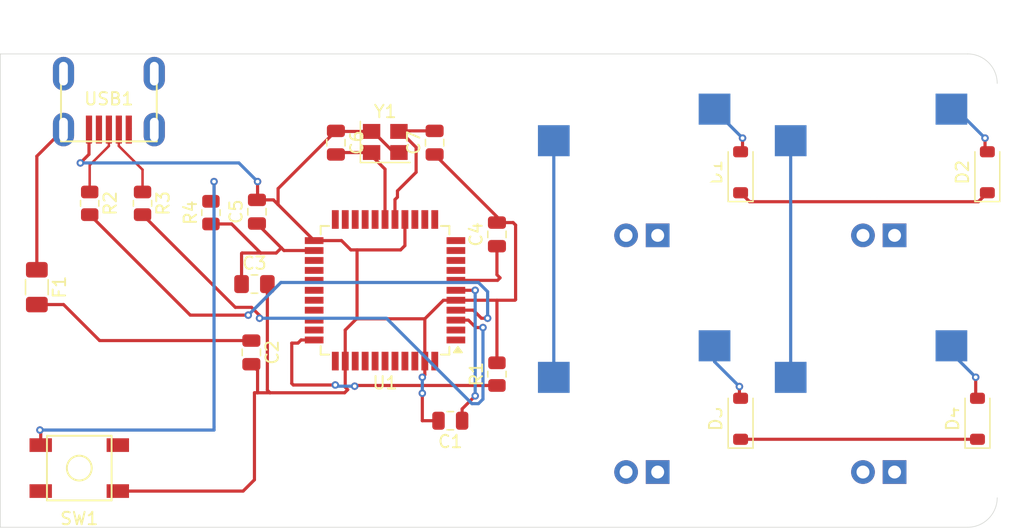
<source format=kicad_pcb>
(kicad_pcb (version 20240108) (generator "pcbnew") (generator_version "8.0")
  (layers (0 "F.Cu" signal) (31 "B.Cu" signal) (34 "B.Paste" user) (35 "F.Paste" user) (36 "B.SilkS" user "B.Silkscreen") (37 "F.SilkS" user "F.Silkscreen") (38 "B.Mask" user) (39 "F.Mask" user) (44 "Edge.Cuts" user))
  (net 0 "")
  (net 1 "GND")
  (net 2 "Net-(U1-UCAP)")
  (net 3 "+5V")
  (net 4 "Net-(U1-XTAL1)")
  (net 5 "Net-(U1-XTAL2)")
  (net 6 "R0W0")
  (net 7 "Net-(D1-A)")
  (net 8 "Net-(D2-A)")
  (net 9 "R0W1")
  (net 10 "Net-(D3-A)")
  (net 11 "Net-(D4-A)")
  (net 12 "VCC")
  (net 13 "C0L0")
  (net 14 "C0L1")
  (net 15 "Net-(U1-~{HWB}{slash}PE2)")
  (net 16 "Net-(U1-D+)")
  (net 17 "D+")
  (net 18 "Net-(U1-D-)")
  (net 19 "D-")
  (net 20 "Net-(U1-~{RESET})")
  (net 47 "unconnected-(USB1-VBUS-Pad5)")
  (footprint "Package_QFP:TQFP-44_10x10mm_P0.8mm" (layer "F.Cu") (at 118.25 73 180)
    (property "Reference" "U1" (at 0 -7.45 180) (layer "F.SilkS"))
    (property "Value" "ATmega32U4-A")
    (fp_line (start 5.175 5.175) (end 5.175 4.5) (stroke (width 0.15)) (layer "F.SilkS"))
    (fp_line (start 5.175 5.175) (end 4.5 5.175) (stroke (width 0.15)) (layer "F.SilkS"))
    (fp_line (start 5.175 -5.175) (end 5.175 -4.5) (stroke (width 0.15)) (layer "F.SilkS"))
    (fp_line (start 5.175 -5.175) (end 4.5 -5.175) (stroke (width 0.15)) (layer "F.SilkS"))
    (fp_line (start -5.175 5.175) (end -4.5 5.175) (stroke (width 0.15)) (layer "F.SilkS"))
    (fp_line (start -5.175 5.175) (end -5.175 4.5) (stroke (width 0.15)) (layer "F.SilkS"))
    (fp_line (start -5.175 -5.175) (end -4.5 -5.175) (stroke (width 0.15)) (layer "F.SilkS"))
    (fp_line (start -5.175 -5.175) (end -5.175 -4.56) (stroke (width 0.15)) (layer "F.SilkS"))
    (fp_poly (pts (xy -5.86 -4.54) (xy -6.2 -5.01) (xy -5.52 -5.01) (xy -5.86 -4.54)) (stroke (width 0.12)) (fill solid) (layer "F.SilkS"))
    (pad "1" smd rect (at -5.7 -4 180) (size 1.5 0.55) (layers "F.Cu" "F.Paste" "F.Mask"))
    (pad "2" smd rect (at -5.7 -3.2 180) (size 1.5 0.55) (layers "F.Cu" "F.Paste" "F.Mask") (net 3 "+5V"))
    (pad "3" smd rect (at -5.7 -2.4 180) (size 1.5 0.55) (layers "F.Cu" "F.Paste" "F.Mask") (net 18 "Net-(U1-D-)"))
    (pad "4" smd rect (at -5.7 -1.6 180) (size 1.5 0.55) (layers "F.Cu" "F.Paste" "F.Mask") (net 16 "Net-(U1-D+)"))
    (pad "5" smd rect (at -5.7 -0.8 180) (size 1.5 0.55) (layers "F.Cu" "F.Paste" "F.Mask") (net 1 "GND"))
    (pad "6" smd rect (at -5.7 0 180) (size 1.5 0.55) (layers "F.Cu" "F.Paste" "F.Mask") (net 2 "Net-(U1-UCAP)"))
    (pad "7" smd rect (at -5.7 0.8 180) (size 1.5 0.55) (layers "F.Cu" "F.Paste" "F.Mask") (net 3 "+5V"))
    (pad "8" smd rect (at -5.7 1.6 180) (size 1.5 0.55) (layers "F.Cu" "F.Paste" "F.Mask"))
    (pad "9" smd rect (at -5.7 2.4 180) (size 1.5 0.55) (layers "F.Cu" "F.Paste" "F.Mask"))
    (pad "10" smd rect (at -5.7 3.2 180) (size 1.5 0.55) (layers "F.Cu" "F.Paste" "F.Mask"))
    (pad "11" smd rect (at -5.7 4 180) (size 1.5 0.55) (layers "F.Cu" "F.Paste" "F.Mask"))
    (pad "12" smd rect (at -4 5.7 270) (size 1.5 0.55) (layers "F.Cu" "F.Paste" "F.Mask"))
    (pad "13" smd rect (at -3.2 5.7 270) (size 1.5 0.55) (layers "F.Cu" "F.Paste" "F.Mask") (net 20 "Net-(U1-~{RESET})"))
    (pad "14" smd rect (at -2.4 5.7 270) (size 1.5 0.55) (layers "F.Cu" "F.Paste" "F.Mask") (net 3 "+5V"))
    (pad "15" smd rect (at -1.6 5.7 270) (size 1.5 0.55) (layers "F.Cu" "F.Paste" "F.Mask") (net 1 "GND"))
    (pad "16" smd rect (at -0.8 5.7 270) (size 1.5 0.55) (layers "F.Cu" "F.Paste" "F.Mask") (net 5 "Net-(U1-XTAL2)"))
    (pad "17" smd rect (at 0 5.7 270) (size 1.5 0.55) (layers "F.Cu" "F.Paste" "F.Mask") (net 4 "Net-(U1-XTAL1)"))
    (pad "18" smd rect (at 0.8 5.7 270) (size 1.5 0.55) (layers "F.Cu" "F.Paste" "F.Mask"))
    (pad "19" smd rect (at 1.6 5.7 270) (size 1.5 0.55) (layers "F.Cu" "F.Paste" "F.Mask"))
    (pad "20" smd rect (at 2.4 5.7 270) (size 1.5 0.55) (layers "F.Cu" "F.Paste" "F.Mask"))
    (pad "21" smd rect (at 3.2 5.7 270) (size 1.5 0.55) (layers "F.Cu" "F.Paste" "F.Mask"))
    (pad "22" smd rect (at 4 5.7 270) (size 1.5 0.55) (layers "F.Cu" "F.Paste" "F.Mask"))
    (pad "23" smd rect (at 5.7 4 180) (size 1.5 0.55) (layers "F.Cu" "F.Paste" "F.Mask") (net 1 "GND"))
    (pad "24" smd rect (at 5.7 3.2 180) (size 1.5 0.55) (layers "F.Cu" "F.Paste" "F.Mask") (net 3 "+5V"))
    (pad "25" smd rect (at 5.7 2.4 180) (size 1.5 0.55) (layers "F.Cu" "F.Paste" "F.Mask"))
    (pad "26" smd rect (at 5.7 1.6 180) (size 1.5 0.55) (layers "F.Cu" "F.Paste" "F.Mask"))
    (pad "27" smd rect (at 5.7 0.8 180) (size 1.5 0.55) (layers "F.Cu" "F.Paste" "F.Mask"))
    (pad "28" smd rect (at 5.7 0 180) (size 1.5 0.55) (layers "F.Cu" "F.Paste" "F.Mask"))
    (pad "29" smd rect (at 5.7 -0.8 180) (size 1.5 0.55) (layers "F.Cu" "F.Paste" "F.Mask"))
    (pad "30" smd rect (at 5.7 -1.6 180) (size 1.5 0.55) (layers "F.Cu" "F.Paste" "F.Mask"))
    (pad "31" smd rect (at 5.7 -2.4 180) (size 1.5 0.55) (layers "F.Cu" "F.Paste" "F.Mask"))
    (pad "32" smd rect (at 5.7 -3.2 180) (size 1.5 0.55) (layers "F.Cu" "F.Paste" "F.Mask"))
    (pad "33" smd rect (at 5.7 -4 180) (size 1.5 0.55) (layers "F.Cu" "F.Paste" "F.Mask") (net 15 "Net-(U1-~{HWB}{slash}PE2)"))
    (pad "34" smd rect (at 4 -5.7 270) (size 1.5 0.55) (layers "F.Cu" "F.Paste" "F.Mask") (net 3 "+5V"))
    (pad "35" smd rect (at 3.2 -5.7 270) (size 1.5 0.55) (layers "F.Cu" "F.Paste" "F.Mask") (net 1 "GND"))
    (pad "36" smd rect (at 2.4 -5.7 270) (size 1.5 0.55) (layers "F.Cu" "F.Paste" "F.Mask"))
    (pad "37" smd rect (at 1.6 -5.7 270) (size 1.5 0.55) (layers "F.Cu" "F.Paste" "F.Mask"))
    (pad "38" smd rect (at 0.8 -5.7 270) (size 1.5 0.55) (layers "F.Cu" "F.Paste" "F.Mask"))
    (pad "39" smd rect (at 0 -5.7 270) (size 1.5 0.55) (layers "F.Cu" "F.Paste" "F.Mask"))
    (pad "40" smd rect (at -0.8 -5.7 270) (size 1.5 0.55) (layers "F.Cu" "F.Paste" "F.Mask"))
    (pad "41" smd rect (at -1.6 -5.7 270) (size 1.5 0.55) (layers "F.Cu" "F.Paste" "F.Mask"))
    (pad "42" smd rect (at -2.4 -5.7 270) (size 1.5 0.55) (layers "F.Cu" "F.Paste" "F.Mask"))
    (pad "43" smd rect (at -3.2 -5.7 270) (size 1.5 0.55) (layers "F.Cu" "F.Paste" "F.Mask") (net 1 "GND"))
    (pad "44" smd rect (at -4 -5.7 270) (size 1.5 0.55) (layers "F.Cu" "F.Paste" "F.Mask") (net 3 "+5V"))
  )
  (footprint "Capacitor_SMD:C_0805_2012Metric" (layer "F.Cu") (at 122.2375 61.11875 90)
    (property "Reference" "C7" (at 0 -1.68 270) (layer "F.SilkS"))
    (property "Value" "C_Small")
    (fp_line (start -0.261252 -0.735) (end 0.261252 -0.735) (stroke (width 0.12)) (layer "F.SilkS"))
    (fp_line (start -0.261252 0.735) (end 0.261252 0.735) (stroke (width 0.12)) (layer "F.SilkS"))
    (pad "1" smd roundrect (at -0.95 0 90) (size 1 1.45) (layers "F.Cu" "F.Paste" "F.Mask") (net 1 "GND"))
    (pad "2" smd roundrect (at 0.95 0 90) (size 1 1.45) (layers "F.Cu" "F.Paste" "F.Mask") (net 5 "Net-(U1-XTAL2)"))
  )
  (footprint "Resistor_SMD:R_0805_2012Metric" (layer "F.Cu") (at 94.5 66 -90)
    (property "Reference" "R2" (at 0 -1.65 90) (layer "F.SilkS"))
    (property "Value" "22")
    (fp_line (start -0.227064 0.735) (end 0.227064 0.735) (stroke (width 0.12)) (layer "F.SilkS"))
    (fp_line (start -0.227064 -0.735) (end 0.227064 -0.735) (stroke (width 0.12)) (layer "F.SilkS"))
    (pad "1" smd roundrect (at -0.9125 0 270) (size 1.025 1.4) (layers "F.Cu" "F.Paste" "F.Mask") (roundrect_rratio 0.243902) (net 17 "D+"))
    (pad "2" smd roundrect (at 0.9125 0 270) (size 1.025 1.4) (layers "F.Cu" "F.Paste" "F.Mask") (roundrect_rratio 0.243902) (net 16 "Net-(U1-D+)"))
  )
  (footprint "Capacitor_SMD:C_0805_2012Metric" (layer "F.Cu") (at 127.25 68.5 90)
    (property "Reference" "C4" (at 0 -1.68 270) (layer "F.SilkS"))
    (property "Value" "C_Small")
    (fp_line (start -0.261252 -0.735) (end 0.261252 -0.735) (stroke (width 0.12)) (layer "F.SilkS"))
    (fp_line (start -0.261252 0.735) (end 0.261252 0.735) (stroke (width 0.12)) (layer "F.SilkS"))
    (pad "1" smd roundrect (at -0.95 0 90) (size 1 1.45) (layers "F.Cu" "F.Paste" "F.Mask") (net 3 "+5V"))
    (pad "2" smd roundrect (at 0.95 0 90) (size 1 1.45) (layers "F.Cu" "F.Paste" "F.Mask") (net 1 "GND"))
  )
  (footprint "MX_Only:MXOnly-1U-Hotswap-LED" (layer "F.Cu") (at 138.90625 82.55)
    (property "Reference" "MX3")
    (property "Value" "MX-NoLED")
    (pad "" np_thru_hole circle (at -5.08 0 48.0996) (size 1.75 1.75) (drill 1.75) (layers "*.Cu" "*.Mask"))
    (pad "" np_thru_hole circle (at -3.81 -2.54) (size 3 3) (drill 3) (layers "*.Cu" "*.Mask"))
    (pad "" np_thru_hole circle (at 0 0) (size 3.9878 3.9878) (drill 3.9878) (layers "*.Cu" "*.Mask"))
    (pad "" np_thru_hole circle (at 2.54 -5.08) (size 3 3) (drill 3) (layers "*.Cu" "*.Mask"))
    (pad "" np_thru_hole circle (at 5.08 0 48.0996) (size 1.75 1.75) (drill 1.75) (layers "*.Cu" "*.Mask"))
    (pad "1" smd rect (at -7.085 -2.54) (size 2.55 2.5) (layers "B.Cu" "B.Paste" "B.Mask") (net 13 "C0L0"))
    (pad "2" smd rect (at 5.842 -5.08) (size 2.55 2.5) (layers "B.Cu" "B.Paste" "B.Mask") (net 10 "Net-(D3-A)"))
    (pad "3" thru_hole circle (at -1.27 5.08) (size 1.905 1.905) (drill 1.04) (layers "*.Cu" "B.Mask"))
    (pad "4" thru_hole rect (at 1.27 5.08) (size 1.905 1.905) (drill 1.04) (layers "*.Cu" "B.Mask"))
  )
  (footprint "Capacitor_SMD:C_0805_2012Metric_Pad1.18x1.45mm_HandSolder" (layer "F.Cu") (at 107.75 72.5)
    (property "Reference" "C3" (at 0 -1.68 0) (layer "F.SilkS"))
    (property "Value" "C_Small")
    (fp_line (start -0.261252 -0.735) (end 0.261252 -0.735) (stroke (width 0.12)) (layer "F.SilkS"))
    (fp_line (start -0.261252 0.735) (end 0.261252 0.735) (stroke (width 0.12)) (layer "F.SilkS"))
    (pad "1" smd roundrect (at -1.0375 0) (size 1.175 1.45) (layers "F.Cu" "F.Paste" "F.Mask") (roundrect_rratio 0.212766) (net 3 "+5V"))
    (pad "2" smd roundrect (at 1.0375 0) (size 1.175 1.45) (layers "F.Cu" "F.Paste" "F.Mask") (roundrect_rratio 0.212766) (net 1 "GND"))
  )
  (footprint "Fuse:Fuse_1206_3216Metric" (layer "F.Cu") (at 90.25 72.75 -90)
    (property "Reference" "F1" (at 0 -1.82 90) (layer "F.SilkS"))
    (property "Value" "500 mA")
    (fp_line (start -0.602064 0.91) (end 0.602064 0.91) (stroke (width 0.12)) (layer "F.SilkS"))
    (fp_line (start -0.602064 -0.91) (end 0.602064 -0.91) (stroke (width 0.12)) (layer "F.SilkS"))
    (pad "1" smd roundrect (at -1.4 0 270) (size 1.25 1.75) (layers "F.Cu" "F.Paste" "F.Mask") (roundrect_rratio 0.2) (net 12 "VCC"))
    (pad "2" smd roundrect (at 1.4 0 270) (size 1.25 1.75) (layers "F.Cu" "F.Paste" "F.Mask") (roundrect_rratio 0.2) (net 3 "+5V"))
  )
  (footprint "Capacitor_SMD:C_0805_2012Metric" (layer "F.Cu") (at 114.3 61.11875 -90)
    (property "Reference" "C6" (at 0 -1.68 90) (layer "F.SilkS"))
    (property "Value" "C_Small")
    (fp_line (start -0.261252 0.735) (end 0.261252 0.735) (stroke (width 0.12)) (layer "F.SilkS"))
    (fp_line (start -0.261252 -0.735) (end 0.261252 -0.735) (stroke (width 0.12)) (layer "F.SilkS"))
    (pad "1" smd roundrect (at -0.95 0 270) (size 1 1.45) (layers "F.Cu" "F.Paste" "F.Mask") (net 1 "GND"))
    (pad "2" smd roundrect (at 0.95 0 270) (size 1 1.45) (layers "F.Cu" "F.Paste" "F.Mask") (net 4 "Net-(U1-XTAL1)"))
  )
  (footprint "MX_Only:MXOnly-1U-Hotswap-LED" (layer "F.Cu") (at 157.95625 82.55)
    (property "Reference" "MX4")
    (property "Value" "MX-NoLED")
    (pad "" np_thru_hole circle (at -5.08 0 48.0996) (size 1.75 1.75) (drill 1.75) (layers "*.Cu" "*.Mask"))
    (pad "" np_thru_hole circle (at -3.81 -2.54) (size 3 3) (drill 3) (layers "*.Cu" "*.Mask"))
    (pad "" np_thru_hole circle (at 0 0) (size 3.9878 3.9878) (drill 3.9878) (layers "*.Cu" "*.Mask"))
    (pad "" np_thru_hole circle (at 2.54 -5.08) (size 3 3) (drill 3) (layers "*.Cu" "*.Mask"))
    (pad "" np_thru_hole circle (at 5.08 0 48.0996) (size 1.75 1.75) (drill 1.75) (layers "*.Cu" "*.Mask"))
    (pad "1" smd rect (at -7.085 -2.54) (size 2.55 2.5) (layers "B.Cu" "B.Paste" "B.Mask") (net 14 "C0L1"))
    (pad "2" smd rect (at 5.842 -5.08) (size 2.55 2.5) (layers "B.Cu" "B.Paste" "B.Mask") (net 11 "Net-(D4-A)"))
    (pad "3" thru_hole circle (at -1.27 5.08) (size 1.905 1.905) (drill 1.04) (layers "*.Cu" "B.Mask"))
    (pad "4" thru_hole rect (at 1.27 5.08) (size 1.905 1.905) (drill 1.04) (layers "*.Cu" "B.Mask"))
  )
  (footprint "random-keyboard-parts:SKQG-1155865" (layer "F.Cu") (at 93.6625 87.3125)
    (property "Reference" "SW1" (at 0 4.064 0) (layer "F.SilkS"))
    (property "Value" "SW_Push")
    (fp_line (start -2.6 -2.6) (end 2.6 -2.6) (stroke (width 0.15)) (layer "F.SilkS"))
    (fp_line (start -2.6 2.6) (end -2.6 -2.6) (stroke (width 0.15)) (layer "F.SilkS"))
    (fp_line (start 2.6 -2.6) (end 2.6 2.6) (stroke (width 0.15)) (layer "F.SilkS"))
    (fp_line (start 2.6 2.6) (end -2.6 2.6) (stroke (width 0.15)) (layer "F.SilkS"))
    (fp_circle (center 0 0) (end 1 0) (stroke (width 0.15)) (fill none) (layer "F.SilkS"))
    (pad "1" smd rect (at 3.1 1.85) (size 1.8 1.1) (layers "F.Cu" "F.Paste" "F.Mask") (net 1 "GND"))
    (pad "2" smd rect (at -3.1 -1.85) (size 1.8 1.1) (layers "F.Cu" "F.Paste" "F.Mask") (net 20 "Net-(U1-~{RESET})"))
    (pad "3" smd rect (at 3.1 -1.85) (size 1.8 1.1) (layers "F.Cu" "F.Paste" "F.Mask"))
    (pad "4" smd rect (at -3.1 1.85) (size 1.8 1.1) (layers "F.Cu" "F.Paste" "F.Mask"))
  )
  (footprint "MX_Only:MXOnly-1U-Hotswap-LED" (layer "F.Cu") (at 138.90625 63.5)
    (property "Reference" "MX1")
    (property "Value" "MX-NoLED")
    (pad "" np_thru_hole circle (at -5.08 0 48.0996) (size 1.75 1.75) (drill 1.75) (layers "*.Cu" "*.Mask"))
    (pad "" np_thru_hole circle (at -3.81 -2.54) (size 3 3) (drill 3) (layers "*.Cu" "*.Mask"))
    (pad "" np_thru_hole circle (at 0 0) (size 3.9878 3.9878) (drill 3.9878) (layers "*.Cu" "*.Mask"))
    (pad "" np_thru_hole circle (at 2.54 -5.08) (size 3 3) (drill 3) (layers "*.Cu" "*.Mask"))
    (pad "" np_thru_hole circle (at 5.08 0 48.0996) (size 1.75 1.75) (drill 1.75) (layers "*.Cu" "*.Mask"))
    (pad "1" smd rect (at -7.085 -2.54) (size 2.55 2.5) (layers "B.Cu" "B.Paste" "B.Mask") (net 13 "C0L0"))
    (pad "2" smd rect (at 5.842 -5.08) (size 2.55 2.5) (layers "B.Cu" "B.Paste" "B.Mask") (net 7 "Net-(D1-A)"))
    (pad "3" thru_hole circle (at -1.27 5.08) (size 1.905 1.905) (drill 1.04) (layers "*.Cu" "B.Mask"))
    (pad "4" thru_hole rect (at 1.27 5.08) (size 1.905 1.905) (drill 1.04) (layers "*.Cu" "B.Mask"))
  )
  (footprint "Diode_SMD:D_SOD-123" (layer "F.Cu") (at 166.6875 63.5 90)
    (property "Reference" "D2" (at 0 -2 270) (layer "F.SilkS"))
    (property "Value" "D_Small")
    (fp_line (start -2.36 -1) (end 1.65 -1) (stroke (width 0.12)) (layer "F.SilkS"))
    (fp_line (start -2.36 -1) (end -2.36 1) (stroke (width 0.12)) (layer "F.SilkS"))
    (fp_line (start -2.36 1) (end 1.65 1) (stroke (width 0.12)) (layer "F.SilkS"))
    (pad "1" smd roundrect (at -1.65 0 90) (size 0.9 1.2) (layers "F.Cu" "F.Paste" "F.Mask") (net 6 "R0W0"))
    (pad "2" smd roundrect (at 1.65 0 90) (size 0.9 1.2) (layers "F.Cu" "F.Paste" "F.Mask") (net 8 "Net-(D2-A)"))
  )
  (footprint "Diode_SMD:D_SOD-123" (layer "F.Cu") (at 165.89375 83.34375 90)
    (property "Reference" "D4" (at 0 -2 270) (layer "F.SilkS"))
    (property "Value" "D_Small")
    (fp_line (start -2.36 -1) (end 1.65 -1) (stroke (width 0.12)) (layer "F.SilkS"))
    (fp_line (start -2.36 -1) (end -2.36 1) (stroke (width 0.12)) (layer "F.SilkS"))
    (fp_line (start -2.36 1) (end 1.65 1) (stroke (width 0.12)) (layer "F.SilkS"))
    (pad "1" smd roundrect (at -1.65 0 90) (size 0.9 1.2) (layers "F.Cu" "F.Paste" "F.Mask") (net 9 "R0W1"))
    (pad "2" smd roundrect (at 1.65 0 90) (size 0.9 1.2) (layers "F.Cu" "F.Paste" "F.Mask") (net 11 "Net-(D4-A)"))
  )
  (footprint "Capacitor_SMD:C_0805_2012Metric" (layer "F.Cu") (at 123.5 83.5 180)
    (property "Reference" "C1" (at 0 -1.68 180) (layer "F.SilkS"))
    (property "Value" "C_Small")
    (fp_line (start -0.261252 0.735) (end 0.261252 0.735) (stroke (width 0.12)) (layer "F.SilkS"))
    (fp_line (start -0.261252 -0.735) (end 0.261252 -0.735) (stroke (width 0.12)) (layer "F.SilkS"))
    (pad "1" smd roundrect (at -0.95 0 180) (size 1 1.45) (layers "F.Cu" "F.Paste" "F.Mask") (net 2 "Net-(U1-UCAP)"))
    (pad "2" smd roundrect (at 0.95 0 180) (size 1 1.45) (layers "F.Cu" "F.Paste" "F.Mask") (net 1 "GND"))
  )
  (footprint "MX_Only:MXOnly-1U-Hotswap-LED" (layer "F.Cu") (at 157.95625 63.5)
    (property "Reference" "MX2")
    (property "Value" "MX-NoLED")
    (pad "" np_thru_hole circle (at -5.08 0 48.0996) (size 1.75 1.75) (drill 1.75) (layers "*.Cu" "*.Mask"))
    (pad "" np_thru_hole circle (at -3.81 -2.54) (size 3 3) (drill 3) (layers "*.Cu" "*.Mask"))
    (pad "" np_thru_hole circle (at 0 0) (size 3.9878 3.9878) (drill 3.9878) (layers "*.Cu" "*.Mask"))
    (pad "" np_thru_hole circle (at 2.54 -5.08) (size 3 3) (drill 3) (layers "*.Cu" "*.Mask"))
    (pad "" np_thru_hole circle (at 5.08 0 48.0996) (size 1.75 1.75) (drill 1.75) (layers "*.Cu" "*.Mask"))
    (pad "1" smd rect (at -7.085 -2.54) (size 2.55 2.5) (layers "B.Cu" "B.Paste" "B.Mask") (net 14 "C0L1"))
    (pad "2" smd rect (at 5.842 -5.08) (size 2.55 2.5) (layers "B.Cu" "B.Paste" "B.Mask") (net 8 "Net-(D2-A)"))
    (pad "3" thru_hole circle (at -1.27 5.08) (size 1.905 1.905) (drill 1.04) (layers "*.Cu" "B.Mask"))
    (pad "4" thru_hole rect (at 1.27 5.08) (size 1.905 1.905) (drill 1.04) (layers "*.Cu" "B.Mask"))
  )
  (footprint "Capacitor_SMD:C_0805_2012Metric" (layer "F.Cu") (at 107.95 66.675 90)
    (property "Reference" "C5" (at 0 -1.68 270) (layer "F.SilkS"))
    (property "Value" "C_Small")
    (fp_line (start -0.261252 -0.735) (end 0.261252 -0.735) (stroke (width 0.12)) (layer "F.SilkS"))
    (fp_line (start -0.261252 0.735) (end 0.261252 0.735) (stroke (width 0.12)) (layer "F.SilkS"))
    (pad "1" smd roundrect (at -0.95 0 90) (size 1 1.45) (layers "F.Cu" "F.Paste" "F.Mask") (net 3 "+5V"))
    (pad "2" smd roundrect (at 0.95 0 90) (size 1 1.45) (layers "F.Cu" "F.Paste" "F.Mask") (net 1 "GND"))
  )
  (footprint "Capacitor_SMD:C_0805_2012Metric" (layer "F.Cu") (at 107.5 78 -90)
    (property "Reference" "C2" (at 0 -1.68 90) (layer "F.SilkS"))
    (property "Value" "C_Small")
    (fp_line (start -0.261252 0.735) (end 0.261252 0.735) (stroke (width 0.12)) (layer "F.SilkS"))
    (fp_line (start -0.261252 -0.735) (end 0.261252 -0.735) (stroke (width 0.12)) (layer "F.SilkS"))
    (pad "1" smd roundrect (at -0.95 0 270) (size 1 1.45) (layers "F.Cu" "F.Paste" "F.Mask") (net 3 "+5V"))
    (pad "2" smd roundrect (at 0.95 0 270) (size 1 1.45) (layers "F.Cu" "F.Paste" "F.Mask") (net 1 "GND"))
  )
  (footprint "Resistor_SMD:R_0805_2012Metric" (layer "F.Cu") (at 98.75 66 -90)
    (property "Reference" "R3" (at 0 -1.65 90) (layer "F.SilkS"))
    (property "Value" "22")
    (fp_line (start -0.227064 0.735) (end 0.227064 0.735) (stroke (width 0.12)) (layer "F.SilkS"))
    (fp_line (start -0.227064 -0.735) (end 0.227064 -0.735) (stroke (width 0.12)) (layer "F.SilkS"))
    (pad "1" smd roundrect (at -0.9125 0 270) (size 1.025 1.4) (layers "F.Cu" "F.Paste" "F.Mask") (roundrect_rratio 0.243902) (net 19 "D-"))
    (pad "2" smd roundrect (at 0.9125 0 270) (size 1.025 1.4) (layers "F.Cu" "F.Paste" "F.Mask") (roundrect_rratio 0.243902) (net 18 "Net-(U1-D-)"))
  )
  (footprint "random-keyboard-parts:Molex-0548190589" (layer "F.Cu") (at 96.04375 55.5625 -90)
    (property "Reference" "USB1" (at 2.032 0 180) (layer "F.SilkS"))
    (property "Value" "Molex-0548190589")
    (fp_line (start 0 3.85) (end 5.45 3.85) (stroke (width 0.15)) (layer "F.SilkS"))
    (fp_line (start 0 -3.85) (end 5.45 -3.85) (stroke (width 0.15)) (layer "F.SilkS"))
    (fp_line (start 5.45 -3.85) (end 5.45 3.85) (stroke (width 0.15)) (layer "F.SilkS"))
    (pad "1" smd rect (at 4.5 1.6 270) (size 2.25 0.5) (layers "F.Cu" "F.Paste" "F.Mask") (net 1 "GND"))
    (pad "2" smd rect (at 4.5 0.8 270) (size 2.25 0.5) (layers "F.Cu" "F.Paste" "F.Mask"))
    (pad "3" smd rect (at 4.5 0 270) (size 2.25 0.5) (layers "F.Cu" "F.Paste" "F.Mask") (net 17 "D+"))
    (pad "4" smd rect (at 4.5 -0.8 270) (size 2.25 0.5) (layers "F.Cu" "F.Paste" "F.Mask") (net 19 "D-"))
    (pad "5" smd rect (at 4.5 -1.6 270) (size 2.25 0.5) (layers "F.Cu" "F.Paste" "F.Mask") (net 47 "unconnected-(USB1-VBUS-Pad5)"))
    (pad "6" thru_hole oval (at 0 -3.65 270) (size 2.7 1.7) (drill oval 1.9 0.7) (layers "*.Cu" "*.Mask") (net 12 "VCC"))
    (pad "6" thru_hole oval (at 0 3.65 270) (size 2.7 1.7) (drill oval 1.9 0.7) (layers "*.Cu" "*.Mask") (net 12 "VCC"))
    (pad "6" thru_hole oval (at 4.5 -3.65 270) (size 2.7 1.7) (drill oval 1.9 0.7) (layers "*.Cu" "*.Mask") (net 12 "VCC"))
    (pad "6" thru_hole oval (at 4.5 3.65 270) (size 2.7 1.7) (drill oval 1.9 0.7) (layers "*.Cu" "*.Mask") (net 12 "VCC"))
  )
  (footprint "Resistor_SMD:R_0805_2012Metric" (layer "F.Cu") (at 104.25 66.75 90)
    (property "Reference" "R4" (at 0 -1.65 270) (layer "F.SilkS"))
    (property "Value" "R_Small")
    (fp_line (start -0.227064 -0.735) (end 0.227064 -0.735) (stroke (width 0.12)) (layer "F.SilkS"))
    (fp_line (start -0.227064 0.735) (end 0.227064 0.735) (stroke (width 0.12)) (layer "F.SilkS"))
    (pad "1" smd roundrect (at -0.9125 0 90) (size 1.025 1.4) (layers "F.Cu" "F.Paste" "F.Mask") (roundrect_rratio 0.243902) (net 3 "+5V"))
    (pad "2" smd roundrect (at 0.9125 0 90) (size 1.025 1.4) (layers "F.Cu" "F.Paste" "F.Mask") (roundrect_rratio 0.243902) (net 20 "Net-(U1-~{RESET})"))
  )
  (footprint "Crystal:Crystal_SMD_3225-4Pin_3.2x2.5mm" (layer "F.Cu") (at 118.26875 61.0625)
    (property "Reference" "Y1" (at 0 -2.45 360) (layer "F.SilkS"))
    (property "Value" "16mhz")
    (fp_line (start -2 -1.65) (end -2 1.65) (stroke (width 0.12)) (layer "F.SilkS"))
    (fp_line (start -2 1.65) (end 2 1.65) (stroke (width 0.12)) (layer "F.SilkS"))
    (pad "1" smd rect (at -1.1 0.85) (size 1.4 1.2) (layers "F.Cu" "F.Paste" "F.Mask") (net 4 "Net-(U1-XTAL1)"))
    (pad "2" smd rect (at 1.1 0.85) (size 1.4 1.2) (layers "F.Cu" "F.Paste" "F.Mask") (net 1 "GND"))
    (pad "3" smd rect (at 1.1 -0.85) (size 1.4 1.2) (layers "F.Cu" "F.Paste" "F.Mask") (net 5 "Net-(U1-XTAL2)"))
    (pad "4" smd rect (at -1.1 -0.85) (size 1.4 1.2) (layers "F.Cu" "F.Paste" "F.Mask") (net 1 "GND"))
  )
  (footprint "Diode_SMD:D_SOD-123" (layer "F.Cu") (at 146.84375 83.34375 90)
    (property "Reference" "D3" (at 0 -2 270) (layer "F.SilkS"))
    (property "Value" "D_Small")
    (fp_line (start -2.36 -1) (end 1.65 -1) (stroke (width 0.12)) (layer "F.SilkS"))
    (fp_line (start -2.36 -1) (end -2.36 1) (stroke (width 0.12)) (layer "F.SilkS"))
    (fp_line (start -2.36 1) (end 1.65 1) (stroke (width 0.12)) (layer "F.SilkS"))
    (pad "1" smd roundrect (at -1.65 0 90) (size 0.9 1.2) (layers "F.Cu" "F.Paste" "F.Mask") (net 9 "R0W1"))
    (pad "2" smd roundrect (at 1.65 0 90) (size 0.9 1.2) (layers "F.Cu" "F.Paste" "F.Mask") (net 10 "Net-(D3-A)"))
  )
  (footprint "Resistor_SMD:R_0805_2012Metric" (layer "F.Cu") (at 127.25 79.75 90)
    (property "Reference" "R1" (at 0 -1.65 270) (layer "F.SilkS"))
    (property "Value" "10k")
    (fp_line (start -0.227064 -0.735) (end 0.227064 -0.735) (stroke (width 0.12)) (layer "F.SilkS"))
    (fp_line (start -0.227064 0.735) (end 0.227064 0.735) (stroke (width 0.12)) (layer "F.SilkS"))
    (pad "1" smd roundrect (at -0.9125 0 90) (size 1.025 1.4) (layers "F.Cu" "F.Paste" "F.Mask") (roundrect_rratio 0.243902) (net 15 "Net-(U1-~{HWB}{slash}PE2)"))
    (pad "2" smd roundrect (at 0.9125 0 90) (size 1.025 1.4) (layers "F.Cu" "F.Paste" "F.Mask") (roundrect_rratio 0.243902) (net 1 "GND"))
  )
  (footprint "Diode_SMD:D_SOD-123" (layer "F.Cu") (at 146.84375 63.5 90)
    (property "Reference" "D1" (at 0 -2 270) (layer "F.SilkS"))
    (property "Value" "D_Small")
    (fp_line (start -2.36 -1) (end 1.65 -1) (stroke (width 0.12)) (layer "F.SilkS"))
    (fp_line (start -2.36 -1) (end -2.36 1) (stroke (width 0.12)) (layer "F.SilkS"))
    (fp_line (start -2.36 1) (end 1.65 1) (stroke (width 0.12)) (layer "F.SilkS"))
    (pad "1" smd roundrect (at -1.65 0 90) (size 0.9 1.2) (layers "F.Cu" "F.Paste" "F.Mask") (net 6 "R0W0"))
    (pad "2" smd roundrect (at 1.65 0 90) (size 0.9 1.2) (layers "F.Cu" "F.Paste" "F.Mask") (net 7 "Net-(D1-A)"))
  )
  (gr_line (start 165.1 53.975) (end 87.3125 53.975) (stroke (width 0.05)) (layer "Edge.Cuts"))
  (gr_line (start 87.3125 92.075) (end 165.1 92.075) (stroke (width 0.05)) (layer "Edge.Cuts"))
  (gr_arc (start 167.48125 89.69375) (mid 166.783798 91.377548) (end 165.1 92.075) (stroke (width 0.05)) (layer "Edge.Cuts"))
  (gr_arc (start 165.1 53.975) (mid 166.783798 54.672452) (end 167.48125 56.35625) (stroke (width 0.05)) (layer "Edge.Cuts"))
  (gr_line (start 87.3125 53.975) (end 87.3125 92.075) (stroke (width 0.05)) (layer "Edge.Cuts"))
  (segment (start 121.45 79.8) (end 121.45 78.7) (width 0.254) (layer "F.Cu") (net 1))
  (segment (start 109.65 64.81875) (end 109.65 66.1) (width 0.254) (layer "F.Cu") (net 1))
  (segment (start 114.75 69) (end 112.55 69) (width 0.254) (layer "F.Cu") (net 1))
  (segment (start 108 79.45) (end 108 81.25) (width 0.254) (layer "F.Cu") (net 1))
  (segment (start 107.95 65.725) (end 107.975 65.725) (width 0.254) (layer "F.Cu") (net 1))
  (segment (start 114.34375 60.2125) (end 114.3 60.16875) (width 0.254) (layer "F.Cu") (net 1))
  (segment (start 121.45 78.7) (end 121.45 75.296) (width 0.254) (layer "F.Cu") (net 1))
  (segment (start 121.25 83.5) (end 121.25 81.2895) (width 0.254) (layer "F.Cu") (net 1))
  (segment (start 121.45 75.296) (end 116.046 75.296) (width 0.254) (layer "F.Cu") (net 1))
  (segment (start 118.96875 61.9125) (end 119.36875 61.9125) (width 0.254) (layer "F.Cu") (net 1))
  (segment (start 108.7875 81.0375) (end 109 81.25) (width 0.254) (layer "F.Cu") (net 1))
  (segment (start 114.3 60.16875) (end 109.65 64.81875) (width 0.254) (layer "F.Cu") (net 1))
  (segment (start 128.75 73.75) (end 128.7 73.8) (width 0.254) (layer "F.Cu") (net 1))
  (segment (start 121.25 80) (end 121.45 79.8) (width 0.254) (layer "F.Cu") (net 1))
  (segment (start 121.45 75.296) (end 122.946 73.8) (width 0.254) (layer "F.Cu") (net 1))
  (segment (start 117.26875 60.2125) (end 118.96875 61.9125) (width 0.254) (layer "F.Cu") (net 1))
  (segment (start 107.75 81.25) (end 108 81.25) (width 0.254) (layer "F.Cu") (net 1))
  (segment (start 116.046 75.296) (end 116 75.25) (width 0.254) (layer "F.Cu") (net 1))
  (segment (start 108.7875 72.5) (end 109.0625 72.225) (width 0.254) (layer "F.Cu") (net 1))
  (segment (start 119.5 69.75) (end 119.85 69.4) (width 0.254) (layer "F.Cu") (net 1))
  (segment (start 128.7 73.8) (end 127.25 73.8) (width 0.254) (layer "F.Cu") (net 1))
  (segment (start 115.05 76.2) (end 115.05 78.7) (width 0.254) (layer "F.Cu") (net 1))
  (segment (start 117.16875 60.2125) (end 117.26875 60.2125) (width 0.254) (layer "F.Cu") (net 1))
  (segment (start 116 75.25) (end 115.05 76.2) (width 0.254) (layer "F.Cu") (net 1))
  (segment (start 107.975 65.725) (end 108 65.75) (width 0.254) (layer "F.Cu") (net 1))
  (segment (start 115.5 69.75) (end 114.75 69) (width 0.254) (layer "F.Cu") (net 1))
  (segment (start 106.8375 89.1625) (end 107.75 88.25) (width 0.254) (layer "F.Cu") (net 1))
  (segment (start 127.25 67.55) (end 128.55 67.55) (width 0.254) (layer "F.Cu") (net 1))
  (segment (start 115 81.25) (end 115.25 81) (width 0.254) (layer "F.Cu") (net 1))
  (segment (start 117.16875 60.2125) (end 114.34375 60.2125) (width 0.254) (layer "F.Cu") (net 1))
  (segment (start 108 64.25) (end 108 65.675) (width 0.254) (layer "F.Cu") (net 1))
  (segment (start 128.75 67.75) (end 128.75 73.75) (width 0.254) (layer "F.Cu") (net 1))
  (segment (start 127.25 67.08125) (end 127.25 67.55) (width 0.254) (layer "F.Cu") (net 1))
  (segment (start 127.25 78.8375) (end 127.25 73.8) (width 0.254) (layer "F.Cu") (net 1))
  (segment (start 96.7625 89.1625) (end 106.8375 89.1625) (width 0.254) (layer "F.Cu") (net 1))
  (segment (start 119.85 69.4) (end 119.85 67.3) (width 0.254) (layer "F.Cu") (net 1))
  (segment (start 128.55 67.55) (end 128.75 67.75) (width 0.254) (layer "F.Cu") (net 1))
  (segment (start 107.75 88.25) (end 107.75 81.25) (width 0.254) (layer "F.Cu") (net 1))
  (segment (start 116 75.25) (end 116 69.75) (width 0.254) (layer "F.Cu") (net 1))
  (segment (start 108 81.25) (end 109 81.25) (width 0.254) (layer "F.Cu") (net 1))
  (segment (start 94.44375 62.05625) (end 93.75 62.75) (width 0.254) (layer "F.Cu") (net 1))
  (segment (start 94.44375 60.0625) (end 94.44375 62.05625) (width 0.254) (layer "F.Cu") (net 1))
  (segment (start 122.55 83.5) (end 121.25 83.5) (width 0.254) (layer "F.Cu") (net 1))
  (segment (start 107.5 78.95) (end 108 79.45) (width 0.254) (layer "F.Cu") (net 1))
  (segment (start 108 65.675) (end 107.95 65.725) (width 0.254) (layer "F.Cu") (net 1))
  (segment (start 116 69.75) (end 115.5 69.75) (width 0.254) (layer "F.Cu") (net 1))
  (segment (start 109 81.25) (end 115 81.25) (width 0.254) (layer "F.Cu") (net 1))
  (segment (start 127.25 73.8) (end 123.95 73.8) (width 0.254) (layer "F.Cu") (net 1))
  (segment (start 109.65 66.1) (end 112.55 69) (width 0.254) (layer "F.Cu") (net 1))
  (segment (start 108.7875 72.5) (end 108.7875 81.0375) (width 0.254) (layer "F.Cu") (net 1))
  (segment (start 107.95 65.725) (end 109.275 65.725) (width 0.254) (layer "F.Cu") (net 1))
  (segment (start 116 69.75) (end 119.5 69.75) (width 0.254) (layer "F.Cu") (net 1))
  (segment (start 109.275 65.725) (end 109.65 66.1) (width 0.254) (layer "F.Cu") (net 1))
  (segment (start 115.05 80.8) (end 115.05 78.7) (width 0.254) (layer "F.Cu") (net 1))
  (segment (start 122.946 73.8) (end 123.95 73.8) (width 0.254) (layer "F.Cu") (net 1))
  (segment (start 115.25 81) (end 115.05 80.8) (width 0.254) (layer "F.Cu") (net 1))
  (segment (start 122.2375 62.06875) (end 127.25 67.08125) (width 0.254) (layer "F.Cu") (net 1))
  (via (at 108 64.25) (size 0.6) (drill 0.3) (layers "F.Cu" "B.Cu") (net 1))
  (via (at 93.75 62.75) (size 0.6) (drill 0.3) (layers "F.Cu" "B.Cu") (net 1))
  (via (at 121.25 80) (size 0.6) (drill 0.3) (layers "F.Cu" "B.Cu") (net 1))
  (via (at 121.25 81.2895) (size 0.6) (drill 0.3) (layers "F.Cu" "B.Cu") (net 1))
  (segment (start 93.75 62.75) (end 106.5 62.75) (width 0.254) (layer "B.Cu") (net 1))
  (segment (start 106.5 62.75) (end 108 64.25) (width 0.254) (layer "B.Cu") (net 1))
  (segment (start 121.25 81.2895) (end 121.25 80) (width 0.254) (layer "B.Cu") (net 1))
  (segment (start 124.45 83.5) (end 124.45 82.55) (width 0.254) (layer "F.Cu") (net 2))
  (segment (start 124.45 82.55) (end 125.5 81.5) (width 0.254) (layer "F.Cu") (net 2))
  (segment (start 125.5 73) (end 123.95 73) (width 0.254) (layer "F.Cu") (net 2))
  (via (at 125.5 81.5) (size 0.6) (drill 0.3) (layers "F.Cu" "B.Cu") (net 2))
  (via (at 125.5 73) (size 0.6) (drill 0.3) (layers "F.Cu" "B.Cu") (net 2))
  (segment (start 125.5 81.5) (end 125.5 73) (width 0.254) (layer "B.Cu") (net 2))
  (segment (start 108.25 70) (end 109.5 70) (width 0.254) (layer "F.Cu") (net 3))
  (segment (start 106.7125 70.0375) (end 106.75 70) (width 0.254) (layer "F.Cu") (net 3))
  (segment (start 105.9125 67.6625) (end 108.25 70) (width 0.254) (layer "F.Cu") (net 3))
  (segment (start 123.95 72.2) (end 127.3 72.2) (width 0.254) (layer "F.Cu") (net 3))
  (segment (start 127.3 72.2) (end 127.5 72) (width 0.254) (layer "F.Cu") (net 3))
  (segment (start 127.5 72) (end 127.25 71.75) (width 0.254) (layer "F.Cu") (net 3))
  (segment (start 107.95 67.625) (end 109.9125 69.5875) (width 0.254) (layer "F.Cu") (net 3))
  (segment (start 109.9125 69.5875) (end 110.125 69.8) (width 0.254) (layer "F.Cu") (net 3))
  (segment (start 90.25 74.15) (end 92.4 74.15) (width 0.254) (layer "F.Cu") (net 3))
  (segment (start 95.3 77.05) (end 107.5 77.05) (width 0.254) (layer "F.Cu") (net 3))
  (segment (start 110.125 69.8) (end 112.55 69.8) (width 0.254) (layer "F.Cu") (net 3))
  (segment (start 106.7125 72.5) (end 106.7125 70.0375) (width 0.254) (layer "F.Cu") (net 3))
  (segment (start 104.25 67.6625) (end 105.9125 67.6625) (width 0.254) (layer "F.Cu") (net 3))
  (segment (start 127.25 71.75) (end 127.25 69.45) (width 0.254) (layer "F.Cu") (net 3))
  (segment (start 92.4 74.15) (end 95.3 77.05) (width 0.254) (layer "F.Cu") (net 3))
  (segment (start 106.75 70) (end 108.25 70) (width 0.254) (layer "F.Cu") (net 3))
  (segment (start 109.5 70) (end 109.9125 69.5875) (width 0.254) (layer "F.Cu") (net 3))
  (segment (start 117.16875 62.16875) (end 118.25 63.25) (width 0.254) (layer "F.Cu") (net 4))
  (segment (start 118.25 63.25) (end 118.25 67.3) (width 0.254) (layer "F.Cu") (net 4))
  (segment (start 114.45625 61.9125) (end 114.3 62.06875) (width 0.254) (layer "F.Cu") (net 4))
  (segment (start 117.16875 61.9125) (end 114.45625 61.9125) (width 0.254) (layer "F.Cu") (net 4))
  (segment (start 117.16875 61.9125) (end 117.16875 62.16875) (width 0.254) (layer "F.Cu") (net 4))
  (segment (start 119.05 65.7) (end 119.05 67.3) (width 0.254) (layer "F.Cu") (net 5))
  (segment (start 119.25 65.5) (end 119.05 65.7) (width 0.254) (layer "F.Cu") (net 5))
  (segment (start 120.75 61.49375) (end 120.75 63.5) (width 0.254) (layer "F.Cu") (net 5))
  (segment (start 119.46875 60.2125) (end 120.75 61.49375) (width 0.254) (layer "F.Cu") (net 5))
  (segment (start 120.75 63.5) (end 119.25 65) (width 0.254) (layer "F.Cu") (net 5))
  (segment (start 119.36875 60.2125) (end 119.46875 60.2125) (width 0.254) (layer "F.Cu") (net 5))
  (segment (start 119.4125 60.16875) (end 119.36875 60.2125) (width 0.254) (layer "F.Cu") (net 5))
  (segment (start 119.25 65) (end 119.25 65.5) (width 0.254) (layer "F.Cu") (net 5))
  (segment (start 122.2375 60.16875) (end 119.4125 60.16875) (width 0.254) (layer "F.Cu") (net 5))
  (segment (start 147.56465 65.8709) (end 146.84375 65.15) (width 0.254) (layer "F.Cu") (net 6))
  (segment (start 166.6875 65.15) (end 165.9666 65.8709) (width 0.254) (layer "F.Cu") (net 6))
  (segment (start 165.9666 65.8709) (end 147.56465 65.8709) (width 0.254) (layer "F.Cu") (net 6))
  (segment (start 147 61.69375) (end 146.84375 61.85) (width 0.254) (layer "F.Cu") (net 7))
  (segment (start 147 60.75) (end 147 61.69375) (width 0.254) (layer "F.Cu") (net 7))
  (via (at 147 60.75) (size 0.6) (drill 0.3) (layers "F.Cu" "B.Cu") (net 7))
  (segment (start 144.74825 58.42) (end 144.74825 58.49825) (width 0.254) (layer "B.Cu") (net 7))
  (segment (start 144.74825 58.49825) (end 147 60.75) (width 0.254) (layer "B.Cu") (net 7))
  (segment (start 166.5 61.6625) (end 166.6875 61.85) (width 0.254) (layer "F.Cu") (net 8))
  (segment (start 166.5 60.75) (end 166.5 61.6625) (width 0.254) (layer "F.Cu") (net 8))
  (via (at 166.5 60.75) (size 0.6) (drill 0.3) (layers "F.Cu" "B.Cu") (net 8))
  (segment (start 164.17 58.42) (end 166.5 60.75) (width 0.254) (layer "B.Cu") (net 8))
  (segment (start 163.79825 58.42) (end 164.17 58.42) (width 0.254) (layer "B.Cu") (net 8))
  (segment (start 165.89375 84.99375) (end 146.84375 84.99375) (width 0.254) (layer "F.Cu") (net 9))
  (segment (start 146.75 80.75) (end 146.75 81.6) (width 0.254) (layer "F.Cu") (net 10))
  (segment (start 146.75 81.6) (end 146.84375 81.69375) (width 0.254) (layer "F.Cu") (net 10))
  (via (at 146.75 80.75) (size 0.6) (drill 0.3) (layers "F.Cu" "B.Cu") (net 10))
  (segment (start 144.74825 77.47) (end 144.74825 78.74825) (width 0.254) (layer "B.Cu") (net 10))
  (segment (start 144.74825 78.74825) (end 146.75 80.75) (width 0.254) (layer "B.Cu") (net 10))
  (segment (start 165.75 80) (end 165.75 81.55) (width 0.254) (layer "F.Cu") (net 11))
  (segment (start 165.75 81.55) (end 165.89375 81.69375) (width 0.254) (layer "F.Cu") (net 11))
  (via (at 165.75 80) (size 0.6) (drill 0.3) (layers "F.Cu" "B.Cu") (net 11))
  (segment (start 163.79825 77.47) (end 163.79825 78.04825) (width 0.254) (layer "B.Cu") (net 11))
  (segment (start 163.79825 78.04825) (end 165.75 80) (width 0.254) (layer "B.Cu") (net 11))
  (segment (start 90.25 62.20625) (end 92.39375 60.0625) (width 0.254) (layer "F.Cu") (net 12))
  (segment (start 90.25 71.35) (end 90.25 62.20625) (width 0.254) (layer "F.Cu") (net 12))
  (segment (start 131.82125 80.01) (end 131.82125 60.96) (width 0.254) (layer "B.Cu") (net 13))
  (segment (start 150.87125 80.01) (end 150.87125 60.96) (width 0.254) (layer "B.Cu") (net 14))
  (segment (start 114.25 80.623) (end 110.873 80.623) (width 0.254) (layer "F.Cu") (net 15))
  (segment (start 110.873 80.623) (end 110.75 80.5) (width 0.254) (layer "F.Cu") (net 15))
  (segment (start 110.75 80.5) (end 110.75 77.25) (width 0.254) (layer "F.Cu") (net 15))
  (segment (start 115.867904 80.6625) (end 115.810807 80.719597) (width 0.254) (layer "F.Cu") (net 15))
  (segment (start 111.5 77) (end 112.55 77) (width 0.254) (layer "F.Cu") (net 15))
  (segment (start 111.25 77.25) (end 111.5 77) (width 0.254) (layer "F.Cu") (net 15))
  (segment (start 127.25 80.6625) (end 115.867904 80.6625) (width 0.254) (layer "F.Cu") (net 15))
  (segment (start 110.75 77.25) (end 111.25 77.25) (width 0.254) (layer "F.Cu") (net 15))
  (via (at 114.25 80.623) (size 0.6) (drill 0.3) (layers "F.Cu" "B.Cu") (net 15))
  (via (at 115.810807 80.719597) (size 0.6) (drill 0.3) (layers "F.Cu" "B.Cu") (net 15))
  (segment (start 114.346597 80.719597) (end 114.25 80.623) (width 0.254) (layer "B.Cu") (net 15))
  (segment (start 115.810807 80.719597) (end 114.346597 80.719597) (width 0.254) (layer "B.Cu") (net 15))
  (segment (start 125.35 74.6) (end 123.95 74.6) (width 0.254) (layer "F.Cu") (net 16))
  (segment (start 94.5 66.9125) (end 102.5875 75) (width 0.254) (layer "F.Cu") (net 16))
  (segment (start 126 75.25) (end 125.35 74.6) (width 0.254) (layer "F.Cu") (net 16))
  (segment (start 102.5875 75) (end 107.25 75) (width 0.254) (layer "F.Cu") (net 16))
  (segment (start 126.5 75.25) (end 126 75.25) (width 0.254) (layer "F.Cu") (net 16))
  (via (at 126.5 75.25) (size 0.6) (drill 0.3) (layers "F.Cu" "B.Cu") (net 16))
  (via (at 107.25 75) (size 0.6) (drill 0.3) (layers "F.Cu" "B.Cu") (net 16))
  (segment (start 109.877 72.373) (end 125.759712 72.373) (width 0.254) (layer "B.Cu") (net 16))
  (segment (start 125.759712 72.373) (end 126.5 73.113288) (width 0.254) (layer "B.Cu") (net 16))
  (segment (start 126.5 73.113288) (end 126.5 75.25) (width 0.254) (layer "B.Cu") (net 16))
  (segment (start 107.25 75) (end 109.877 72.373) (width 0.254) (layer "B.Cu") (net 16))
  (segment (start 96.04375 60.0625) (end 96.04375 61.3875) (width 0.2) (layer "F.Cu") (net 17))
  (segment (start 94.5 62.93125) (end 94.5 65.0875) (width 0.2) (layer "F.Cu") (net 17))
  (segment (start 96.04375 61.3875) (end 94.5 62.93125) (width 0.2) (layer "F.Cu") (net 17))
  (segment (start 94.3375 65.0875) (end 94 64.75) (width 0.2) (layer "F.Cu") (net 17))
  (segment (start 125.554 76) (end 124.954 75.4) (width 0.254) (layer "F.Cu") (net 18))
  (segment (start 106.2105 74.373) (end 107.509712 74.373) (width 0.254) (layer "F.Cu") (net 18))
  (segment (start 98.75 66.9125) (end 106.2105 74.373) (width 0.254) (layer "F.Cu") (net 18))
  (segment (start 107.509712 74.373) (end 108.1605 75.023788) (width 0.254) (layer "F.Cu") (net 18))
  (segment (start 108.1605 75.023788) (end 108.1605 75.25) (width 0.254) (layer "F.Cu") (net 18))
  (segment (start 126.127 76) (end 125.554 76) (width 0.254) (layer "F.Cu") (net 18))
  (segment (start 124.954 75.4) (end 123.95 75.4) (width 0.254) (layer "F.Cu") (net 18))
  (via (at 126.127 76) (size 0.6) (drill 0.3) (layers "F.Cu" "B.Cu") (net 18))
  (via (at 108.1605 75.25) (size 0.6) (drill 0.3) (layers "F.Cu" "B.Cu") (net 18))
  (segment (start 118.363288 75.25) (end 125.240288 82.127) (width 0.254) (layer "B.Cu") (net 18))
  (segment (start 125.240288 82.127) (end 125.759712 82.127) (width 0.254) (layer "B.Cu") (net 18))
  (segment (start 108.1605 75.25) (end 118.363288 75.25) (width 0.254) (layer "B.Cu") (net 18))
  (segment (start 125.759712 82.127) (end 126.127 81.759712) (width 0.254) (layer "B.Cu") (net 18))
  (segment (start 126.127 81.759712) (end 126.127 76) (width 0.254) (layer "B.Cu") (net 18))
  (segment (start 96.84375 61.3875) (end 98.75 63.29375) (width 0.2) (layer "F.Cu") (net 19))
  (segment (start 96.84375 60.65625) (end 96.75 60.75) (width 0.2) (layer "F.Cu") (net 19))
  (segment (start 98.75 63.29375) (end 98.75 65.0875) (width 0.2) (layer "F.Cu") (net 19))
  (segment (start 96.84375 60.0625) (end 96.84375 61.3875) (width 0.2) (layer "F.Cu") (net 19))
  (segment (start 90.5625 85.4625) (end 90.5625 84.3125) (width 0.254) (layer "F.Cu") (net 20))
  (segment (start 104.5 64.25) (end 104.5 65.5875) (width 0.254) (layer "F.Cu") (net 20))
  (segment (start 104.5 65.5875) (end 104.25 65.8375) (width 0.254) (layer "F.Cu") (net 20))
  (segment (start 90.5625 84.3125) (end 90.5 84.25) (width 0.254) (layer "F.Cu") (net 20))
  (via (at 104.5 64.25) (size 0.6) (drill 0.3) (layers "F.Cu" "B.Cu") (net 20))
  (via (at 90.5 84.25) (size 0.6) (drill 0.3) (layers "F.Cu" "B.Cu") (net 20))
  (segment (start 104.5 84.25) (end 104.5 84) (width 0.254) (layer "B.Cu") (net 20))
  (segment (start 90.5 84.25) (end 104.5 84.25) (width 0.254) (layer "B.Cu") (net 20))
  (segment (start 104.5 84) (end 104.5 64.25) (width 0.254) (layer "B.Cu") (net 20))
  (segment (start 97.6875 60.0625) (end 97.75 60) (width 0.254) (layer "F.Cu") (net 47))
)
</source>
